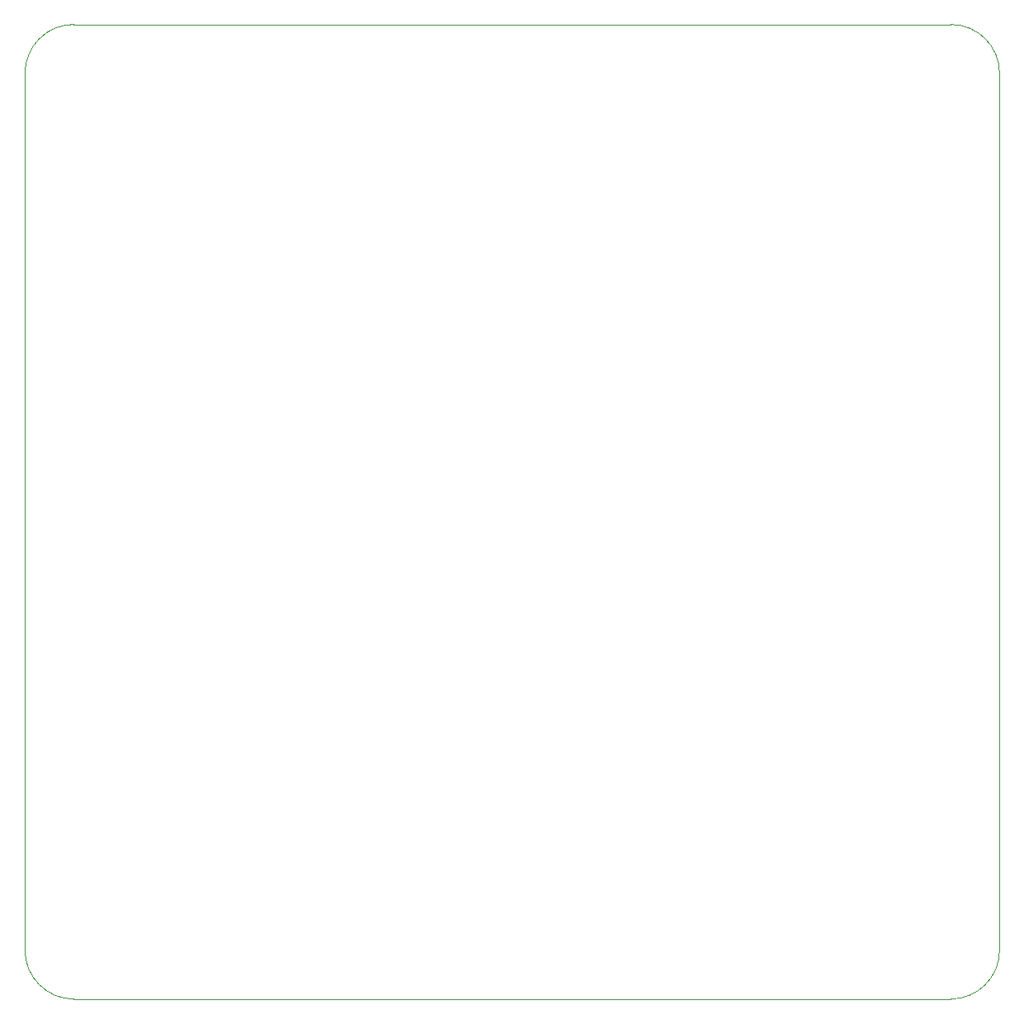
<source format=gbr>
%TF.GenerationSoftware,KiCad,Pcbnew,8.0.8-unknown-202501170223~559b1827ca~ubuntu24.04.1*%
%TF.CreationDate,2025-02-15T19:36:14+01:00*%
%TF.ProjectId,horse_feeder,686f7273-655f-4666-9565-6465722e6b69,rev?*%
%TF.SameCoordinates,Original*%
%TF.FileFunction,Profile,NP*%
%FSLAX46Y46*%
G04 Gerber Fmt 4.6, Leading zero omitted, Abs format (unit mm)*
G04 Created by KiCad (PCBNEW 8.0.8-unknown-202501170223~559b1827ca~ubuntu24.04.1) date 2025-02-15 19:36:14*
%MOMM*%
%LPD*%
G01*
G04 APERTURE LIST*
%TA.AperFunction,Profile*%
%ADD10C,0.120000*%
%TD*%
G04 APERTURE END LIST*
D10*
X205000000Y-135000000D02*
G75*
G02*
X200000000Y-140000000I-5000000J0D01*
G01*
X200000000Y-40000000D02*
G75*
G02*
X205000000Y-45000000I0J-5000000D01*
G01*
X105000000Y-45000000D02*
X105000000Y-135000000D01*
X105000000Y-45000000D02*
G75*
G02*
X110000000Y-40000000I5000000J0D01*
G01*
X205000000Y-135000000D02*
X205000000Y-45000000D01*
X110000000Y-140000000D02*
X200000000Y-140000000D01*
X110000000Y-140000000D02*
G75*
G02*
X105000000Y-135000000I0J5000000D01*
G01*
X200000000Y-40000000D02*
X110000000Y-40000000D01*
M02*

</source>
